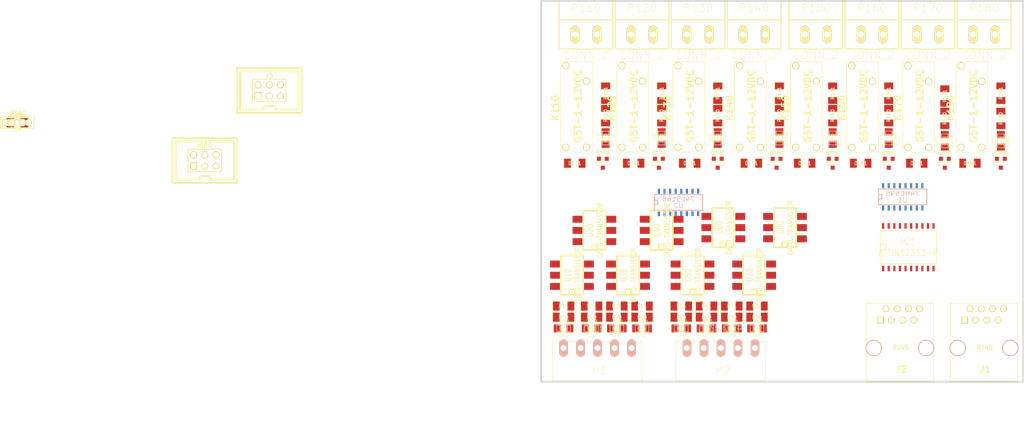
<source format=kicad_pcb>
(kicad_pcb (version 3) (host pcbnew "(2012-nov-02)-testing")
  (title_block (title "4in4out I2C board") (rev 0) (company "XPLDUINO project") (comment 1 "GNU GPL v2") (comment 2 "Domotic Open Source "))
  (layers (15 Dessus signal) (0 Dessous signal))
  (net 0 "")
  (net 1 +12V)
  (net 2 +5V)
  (net 3 /230_110_1)
  (net 4 /230_110_2)
  (net 5 /230_120_1)
  (net 6 /230_120_2)
  (net 7 /230_130_1)
  (net 8 /230_130_2)
  (net 9 /230_140_1)
  (net 10 /230_140_2)
  (net 11 /230_150_1)
  (net 12 /230_150_2)
  (net 13 /230_160_1)
  (net 14 /230_160_2)
  (net 15 /230_170_1)
  (net 16 /230_170_2)
  (net 17 /230_180_1)
  (net 18 /230_180_2)
  (net 19 /INT)
  (net 20 A0)
  (net 21 A1)
  (net 22 A2)
  (net 23 A3)
  (net 24 CLK)
  (net 25 CLK_IN)
  (net 26 CMD0)
  (net 27 CMD1)
  (net 28 CMD2)
  (net 29 CMD3)
  (net 30 CMD4)
  (net 31 CMD5)
  (net 32 CMD6)
  (net 33 CMD7)
  (net 34 DATA_IN)
  (net 35 DGND)
  (net 36 GND)
  (net 37 IN0)
  (net 38 IN1)
  (net 39 IN2)
  (net 40 IN3)
  (net 41 IN4)
  (net 42 IN5)
  (net 43 IN6)
  (net 44 IN7)
  (net 45 LATCH)
  (net 46 LATCH_IN)
  (net 47 MISO)
  (net 48 "MOSI(SDA)")
  (net 49 N-000001)
  (net 50 N-0000010)
  (net 51 N-0000011)
  (net 52 N-0000012)
  (net 53 N-0000013)
  (net 54 N-0000014)
  (net 55 N-0000015)
  (net 56 N-0000016)
  (net 57 N-0000018)
  (net 58 N-000002)
  (net 59 N-0000020)
  (net 60 N-0000021)
  (net 61 N-0000022)
  (net 62 N-0000023)
  (net 63 N-0000024)
  (net 64 N-0000025)
  (net 65 N-0000027)
  (net 66 N-0000028)
  (net 67 N-0000029)
  (net 68 N-000003)
  (net 69 N-0000030)
  (net 70 N-0000031)
  (net 71 N-0000032)
  (net 72 N-0000035)
  (net 73 N-0000036)
  (net 74 N-0000037)
  (net 75 N-0000038)
  (net 76 N-000004)
  (net 77 N-000005)
  (net 78 N-0000053)
  (net 79 N-0000054)
  (net 80 N-0000055)
  (net 81 N-0000056)
  (net 82 N-0000057)
  (net 83 N-0000058)
  (net 84 N-0000059)
  (net 85 N-000006)
  (net 86 N-0000060)
  (net 87 N-0000061)
  (net 88 N-0000062)
  (net 89 N-0000063)
  (net 90 N-000007)
  (net 91 N-0000077)
  (net 92 N-000008)
  (net 93 N-000009)
  (net 94 N-0000090)
  (net 95 OUT0)
  (net 96 OUT1)
  (net 97 OUT2)
  (net 98 OUT3)
  (net 99 OUT4)
  (net 100 OUT5)
  (net 101 OUT6)
  (net 102 OUT7)
  (net 103 RX)
  (net 104 "SCK(SCL)")
  (net 105 TX)
  (module SOT23EBC (layer Dessus) (at 247.65 107.95)
    (fp_text reference Q150)
    (fp_text value NPN hide)
    (pad 1 smd rect (at -0.889 -1.016) (size 0.9144 0.9144) (layers Dessus Dessus.Pate Dessus.Masque) (net 35 DGND))
    (pad 2 smd rect (at 0.889 -1.016) (size 0.9144 0.9144) (layers Dessus Dessus.Pate Dessus.Masque) (net 64 N-0000025))
    (pad 3 smd rect (at 0 1.016) (size 0.9144 0.9144) (layers Dessus Dessus.Pate Dessus.Masque) (net 63 N-0000024))
  )
  (module SOT23EBC (layer Dessus) (at 260.35 107.95)
    (fp_text reference Q160)
    (fp_text value NPN hide)
    (pad 1 smd rect (at -0.889 -1.016) (size 0.9144 0.9144) (layers Dessus Dessus.Pate Dessus.Masque) (net 35 DGND))
    (pad 2 smd rect (at 0.889 -1.016) (size 0.9144 0.9144) (layers Dessus Dessus.Pate Dessus.Masque) (net 57 N-0000018))
    (pad 3 smd rect (at 0 1.016) (size 0.9144 0.9144) (layers Dessus Dessus.Pate Dessus.Masque) (net 66 N-0000028))
  )
  (module SOT23EBC (layer Dessus) (at 234.95 107.95)
    (fp_text reference Q140)
    (fp_text value NPN hide)
    (pad 1 smd rect (at -0.889 -1.016) (size 0.9144 0.9144) (layers Dessus Dessus.Pate Dessus.Masque) (net 35 DGND))
    (pad 2 smd rect (at 0.889 -1.016) (size 0.9144 0.9144) (layers Dessus Dessus.Pate Dessus.Masque) (net 61 N-0000022))
    (pad 3 smd rect (at 0 1.016) (size 0.9144 0.9144) (layers Dessus Dessus.Pate Dessus.Masque) (net 90 N-000007))
  )
  (module SOT23EBC (layer Dessus) (at 273.05 107.95)
    (fp_text reference Q170)
    (fp_text value NPN hide)
    (pad 1 smd rect (at -0.889 -1.016) (size 0.9144 0.9144) (layers Dessus Dessus.Pate Dessus.Masque) (net 35 DGND))
    (pad 2 smd rect (at 0.889 -1.016) (size 0.9144 0.9144) (layers Dessus Dessus.Pate Dessus.Masque) (net 55 N-0000015))
    (pad 3 smd rect (at 0 1.016) (size 0.9144 0.9144) (layers Dessus Dessus.Pate Dessus.Masque) (net 54 N-0000014))
  )
  (module SOT23EBC (layer Dessus) (at 195.58 107.95)
    (fp_text reference Q110)
    (fp_text value NPN hide)
    (pad 1 smd rect (at -0.889 -1.016) (size 0.9144 0.9144) (layers Dessus Dessus.Pate Dessus.Masque) (net 35 DGND))
    (pad 2 smd rect (at 0.889 -1.016) (size 0.9144 0.9144) (layers Dessus Dessus.Pate Dessus.Masque) (net 69 N-0000030))
    (pad 3 smd rect (at 0 1.016) (size 0.9144 0.9144) (layers Dessus Dessus.Pate Dessus.Masque) (net 71 N-0000032))
  )
  (module SOT23EBC (layer Dessus) (at 221.615 107.95)
    (fp_text reference Q130)
    (fp_text value NPN hide)
    (pad 1 smd rect (at -0.889 -1.016) (size 0.9144 0.9144) (layers Dessus Dessus.Pate Dessus.Masque) (net 35 DGND))
    (pad 2 smd rect (at 0.889 -1.016) (size 0.9144 0.9144) (layers Dessus Dessus.Pate Dessus.Masque) (net 77 N-000005))
    (pad 3 smd rect (at 0 1.016) (size 0.9144 0.9144) (layers Dessus Dessus.Pate Dessus.Masque) (net 49 N-000001))
  )
  (module SOT23EBC (layer Dessus) (at 285.75 107.95)
    (fp_text reference Q180)
    (fp_text value NPN hide)
    (pad 1 smd rect (at -0.889 -1.016) (size 0.9144 0.9144) (layers Dessus Dessus.Pate Dessus.Masque) (net 35 DGND))
    (pad 2 smd rect (at 0.889 -1.016) (size 0.9144 0.9144) (layers Dessus Dessus.Pate Dessus.Masque) (net 87 N-0000061))
    (pad 3 smd rect (at 0 1.016) (size 0.9144 0.9144) (layers Dessus Dessus.Pate Dessus.Masque) (net 60 N-0000021))
  )
  (module SOT23EBC (layer Dessus) (at 208.28 107.95)
    (fp_text reference Q120)
    (fp_text value NPN hide)
    (pad 1 smd rect (at -0.889 -1.016) (size 0.9144 0.9144) (layers Dessus Dessus.Pate Dessus.Masque) (net 35 DGND))
    (pad 2 smd rect (at 0.889 -1.016) (size 0.9144 0.9144) (layers Dessus Dessus.Pate Dessus.Masque) (net 68 N-000003))
    (pad 3 smd rect (at 0 1.016) (size 0.9144 0.9144) (layers Dessus Dessus.Pate Dessus.Masque) (net 76 N-000004))
  )
  (module SO20L (layer Dessus) (at 264.795 127)
    (fp_text reference IC1)
    (fp_text value ATTINY2313-P)
    (pad 11 smd rect (at 5.715 -4.826) (size 0.508 1.27) (layers Dessus Dessus.Pate Dessus.Masque) (net 19 /INT))
    (pad 12 smd rect (at 4.445 -4.826) (size 0.508 1.27) (layers Dessus Dessus.Pate Dessus.Masque) (net 34 DATA_IN))
    (pad 13 smd rect (at 3.175 -4.826) (size 0.508 1.27) (layers Dessus Dessus.Pate Dessus.Masque) (net 20 A0))
    (pad 14 smd rect (at 1.905 -4.826) (size 0.508 1.27) (layers Dessus Dessus.Pate Dessus.Masque) (net 21 A1))
    (pad 15 smd rect (at 0.635 -4.826) (size 0.508 1.27) (layers Dessus Dessus.Pate Dessus.Masque) (net 22 A2))
    (pad 16 smd rect (at -0.635 -4.826) (size 0.508 1.27) (layers Dessus Dessus.Pate Dessus.Masque) (net 23 A3))
    (pad 17 smd rect (at -1.905 -4.826) (size 0.508 1.27) (layers Dessus Dessus.Pate Dessus.Masque) (net 48 "MOSI(SDA)"))
    (pad 18 smd rect (at -3.175 -4.826) (size 0.508 1.27) (layers Dessus Dessus.Pate Dessus.Masque) (net 47 MISO))
    (pad 19 smd rect (at -4.445 -4.826) (size 0.508 1.27) (layers Dessus Dessus.Pate Dessus.Masque) (net 104 "SCK(SCL)"))
    (pad 20 smd rect (at -5.715 -4.826) (size 0.508 1.27) (layers Dessus Dessus.Pate Dessus.Masque) (net 2 +5V))
    (pad 1 smd rect (at -5.715 4.826) (size 0.508 1.27) (layers Dessus Dessus.Pate Dessus.Masque) (net 70 N-0000031))
    (pad 2 smd rect (at -4.445 4.826) (size 0.508 1.27) (layers Dessus Dessus.Pate Dessus.Masque) (net 103 RX))
    (pad 3 smd rect (at -3.175 4.826) (size 0.508 1.27) (layers Dessus Dessus.Pate Dessus.Masque) (net 105 TX))
    (pad 4 smd rect (at -1.905 4.826) (size 0.508 1.27) (layers Dessus Dessus.Pate Dessus.Masque) (net 46 LATCH_IN))
    (pad 5 smd rect (at -0.635 4.826) (size 0.508 1.27) (layers Dessus Dessus.Pate Dessus.Masque) (net 72 N-0000035))
    (pad 6 smd rect (at 0.635 4.826) (size 0.508 1.27) (layers Dessus Dessus.Pate Dessus.Masque) (net 25 CLK_IN))
    (pad 7 smd rect (at 1.905 4.826) (size 0.508 1.27) (layers Dessus Dessus.Pate Dessus.Masque))
    (pad 8 smd rect (at 3.175 4.826) (size 0.508 1.27) (layers Dessus Dessus.Pate Dessus.Masque))
    (pad 9 smd rect (at 4.445 4.826) (size 0.508 1.27) (layers Dessus Dessus.Pate Dessus.Masque))
    (pad 10 smd rect (at 5.715 4.826) (size 0.508 1.27) (layers Dessus Dessus.Pate Dessus.Masque) (net 35 DGND))
  )
  (module SO16E (layer Dessous) (at 212.725 116.84)
    (fp_text reference U2)
    (fp_text value 74LS165)
    (pad 1 smd rect (at -4.445 -2.54) (size 0.508 1.143) (layers Dessous Dessous.Pate Dessous.Masque) (net 46 LATCH_IN))
    (pad 2 smd rect (at -3.175 -2.54) (size 0.508 1.143) (layers Dessous Dessous.Pate Dessous.Masque) (net 25 CLK_IN))
    (pad 3 smd rect (at -1.905 -2.54) (size 0.508 1.143) (layers Dessous Dessous.Pate Dessous.Masque))
    (pad 4 smd rect (at -0.635 -2.54) (size 0.508 1.143) (layers Dessous Dessous.Pate Dessous.Masque))
    (pad 5 smd rect (at 0.635 -2.54) (size 0.508 1.143) (layers Dessous Dessous.Pate Dessous.Masque))
    (pad 6 smd rect (at 1.905 -2.54) (size 0.508 1.143) (layers Dessous Dessous.Pate Dessous.Masque))
    (pad 7 smd rect (at 3.175 -2.54) (size 0.508 1.143) (layers Dessous Dessous.Pate Dessous.Masque))
    (pad 8 smd rect (at 4.445 -2.54) (size 0.508 1.143) (layers Dessous Dessous.Pate Dessous.Masque) (net 36 GND))
    (pad 9 smd rect (at 4.445 2.54) (size 0.508 1.143) (layers Dessous Dessous.Pate Dessous.Masque))
    (pad 10 smd rect (at 3.175 2.54) (size 0.508 1.143) (layers Dessous Dessous.Pate Dessous.Masque) (net 34 DATA_IN))
    (pad 11 smd rect (at 1.905 2.54) (size 0.508 1.143) (layers Dessous Dessous.Pate Dessous.Masque))
    (pad 12 smd rect (at 0.635 2.54) (size 0.508 1.143) (layers Dessous Dessous.Pate Dessous.Masque))
    (pad 13 smd rect (at -0.635 2.54) (size 0.508 1.143) (layers Dessous Dessous.Pate Dessous.Masque))
    (pad 14 smd rect (at -1.905 2.54) (size 0.508 1.143) (layers Dessous Dessous.Pate Dessous.Masque))
    (pad 15 smd rect (at -3.175 2.54) (size 0.508 1.143) (layers Dessous Dessous.Pate Dessous.Masque) (net 25 CLK_IN))
    (pad 16 smd rect (at -4.445 2.54) (size 0.508 1.143) (layers Dessous Dessous.Pate Dessous.Masque) (net 2 +5V))
  )
  (module SO16E (layer Dessous) (at 263.525 115.57)
    (fp_text reference U1)
    (fp_text value 74HC595)
    (pad 1 smd rect (at -4.445 -2.54) (size 0.508 1.143) (layers Dessous Dessous.Pate Dessous.Masque) (net 96 OUT1))
    (pad 2 smd rect (at -3.175 -2.54) (size 0.508 1.143) (layers Dessous Dessous.Pate Dessous.Masque) (net 97 OUT2))
    (pad 3 smd rect (at -1.905 -2.54) (size 0.508 1.143) (layers Dessous Dessous.Pate Dessous.Masque) (net 98 OUT3))
    (pad 4 smd rect (at -0.635 -2.54) (size 0.508 1.143) (layers Dessous Dessous.Pate Dessous.Masque) (net 99 OUT4))
    (pad 5 smd rect (at 0.635 -2.54) (size 0.508 1.143) (layers Dessous Dessous.Pate Dessous.Masque) (net 100 OUT5))
    (pad 6 smd rect (at 1.905 -2.54) (size 0.508 1.143) (layers Dessous Dessous.Pate Dessous.Masque) (net 101 OUT6))
    (pad 7 smd rect (at 3.175 -2.54) (size 0.508 1.143) (layers Dessous Dessous.Pate Dessous.Masque) (net 102 OUT7))
    (pad 8 smd rect (at 4.445 -2.54) (size 0.508 1.143) (layers Dessous Dessous.Pate Dessous.Masque) (net 36 GND))
    (pad 9 smd rect (at 4.445 2.54) (size 0.508 1.143) (layers Dessous Dessous.Pate Dessous.Masque) (net 91 N-0000077))
    (pad 10 smd rect (at 3.175 2.54) (size 0.508 1.143) (layers Dessous Dessous.Pate Dessous.Masque) (net 2 +5V))
    (pad 11 smd rect (at 1.905 2.54) (size 0.508 1.143) (layers Dessous Dessous.Pate Dessous.Masque) (net 24 CLK))
    (pad 12 smd rect (at 0.635 2.54) (size 0.508 1.143) (layers Dessous Dessous.Pate Dessous.Masque) (net 45 LATCH))
    (pad 13 smd rect (at -0.635 2.54) (size 0.508 1.143) (layers Dessous Dessous.Pate Dessous.Masque) (net 35 DGND))
    (pad 14 smd rect (at -1.905 2.54) (size 0.508 1.143) (layers Dessous Dessous.Pate Dessous.Masque))
    (pad 15 smd rect (at -3.175 2.54) (size 0.508 1.143) (layers Dessous Dessous.Pate Dessous.Masque) (net 95 OUT0))
    (pad 16 smd rect (at -4.445 2.54) (size 0.508 1.143) (layers Dessous Dessous.Pate Dessous.Masque) (net 2 +5V))
  )
  (module SM1206 (layer Dessus) (at 224.79 140.335 180)
    (fp_text reference R71)
    (fp_text value R hide)
    (pad 1 smd rect (at -1.651 0 180) (size 1.524 2.032) (layers Dessus Dessus.Pate Dessus.Masque) (net 92 N-000008))
    (pad 2 smd rect (at 1.651 0 180) (size 1.524 2.032) (layers Dessus Dessus.Pate Dessus.Masque) (net 36 GND))
  )
  (module SM1206 (layer Dessus) (at 219.075 142.875 180)
    (fp_text reference R60)
    (fp_text value R hide)
    (pad 1 smd rect (at -1.651 0 180) (size 1.524 2.032) (layers Dessus Dessus.Pate Dessus.Masque) (net 51 N-0000011))
    (pad 2 smd rect (at 1.651 0 180) (size 1.524 2.032) (layers Dessus Dessus.Pate Dessus.Masque) (net 36 GND))
  )
  (module SM1206 (layer Dessus) (at 241.3 107.95 180)
    (fp_text reference D151)
    (fp_text value DIODE hide)
    (pad 1 smd rect (at -1.651 0 180) (size 1.524 2.032) (layers Dessus Dessus.Pate Dessus.Masque) (net 63 N-0000024))
    (pad 2 smd rect (at 1.651 0 180) (size 1.524 2.032) (layers Dessus Dessus.Pate Dessus.Masque) (net 1 +12V))
  )
  (module SM1206 (layer Dessus) (at 235.585 97.155 270)
    (fp_text reference R140)
    (fp_text value R hide)
    (pad 1 smd rect (at -1.651 0 270) (size 1.524 2.032) (layers Dessus Dessus.Pate Dessus.Masque) (net 98 OUT3))
    (pad 2 smd rect (at 1.651 0 270) (size 1.524 2.032) (layers Dessus Dessus.Pate Dessus.Masque) (net 62 N-0000023))
  )
  (module SM1206 (layer Dessus) (at 235.585 92.075 90)
    (fp_text reference R141)
    (fp_text value R hide)
    (pad 1 smd rect (at -1.651 0 90) (size 1.524 2.032) (layers Dessus Dessus.Pate Dessus.Masque) (net 98 OUT3))
    (pad 2 smd rect (at 1.651 0 90) (size 1.524 2.032) (layers Dessus Dessus.Pate Dessus.Masque) (net 61 N-0000022))
  )
  (module SM1206 (layer Dessus) (at 219.075 140.335 180)
    (fp_text reference R61)
    (fp_text value R hide)
    (pad 1 smd rect (at -1.651 0 180) (size 1.524 2.032) (layers Dessus Dessus.Pate Dessus.Masque) (net 50 N-0000010))
    (pad 2 smd rect (at 1.651 0 180) (size 1.524 2.032) (layers Dessus Dessus.Pate Dessus.Masque) (net 36 GND))
  )
  (module SM1206 (layer Dessus) (at 224.79 142.875 180)
    (fp_text reference R70)
    (fp_text value R hide)
    (pad 1 smd rect (at -1.651 0 180) (size 1.524 2.032) (layers Dessus Dessus.Pate Dessus.Masque) (net 93 N-000009))
    (pad 2 smd rect (at 1.651 0 180) (size 1.524 2.032) (layers Dessus Dessus.Pate Dessus.Masque) (net 36 GND))
  )
  (module SM1206 (layer Dessus) (at 229.235 107.95 180)
    (fp_text reference D141)
    (fp_text value DIODE hide)
    (pad 1 smd rect (at -1.651 0 180) (size 1.524 2.032) (layers Dessus Dessus.Pate Dessus.Masque) (net 90 N-000007))
    (pad 2 smd rect (at 1.651 0 180) (size 1.524 2.032) (layers Dessus Dessus.Pate Dessus.Masque) (net 1 +12V))
  )
  (module SM1206 (layer Dessus) (at 221.615 97.155 270)
    (fp_text reference R130)
    (fp_text value R hide)
    (pad 1 smd rect (at -1.651 0 270) (size 1.524 2.032) (layers Dessus Dessus.Pate Dessus.Masque) (net 97 OUT2))
    (pad 2 smd rect (at 1.651 0 270) (size 1.524 2.032) (layers Dessus Dessus.Pate Dessus.Masque) (net 85 N-000006))
  )
  (module SM1206 (layer Dessus) (at 202.565 107.95 180)
    (fp_text reference D121)
    (fp_text value DIODE hide)
    (pad 1 smd rect (at -1.651 0 180) (size 1.524 2.032) (layers Dessus Dessus.Pate Dessus.Masque) (net 76 N-000004))
    (pad 2 smd rect (at 1.651 0 180) (size 1.524 2.032) (layers Dessus Dessus.Pate Dessus.Masque) (net 1 +12V))
  )
  (module SM1206 (layer Dessus) (at 221.615 92.075 90)
    (fp_text reference R131)
    (fp_text value R hide)
    (pad 1 smd rect (at -1.651 0 90) (size 1.524 2.032) (layers Dessus Dessus.Pate Dessus.Masque) (net 97 OUT2))
    (pad 2 smd rect (at 1.651 0 90) (size 1.524 2.032) (layers Dessus Dessus.Pate Dessus.Masque) (net 77 N-000005))
  )
  (module SM1206 (layer Dessus) (at 230.505 142.875 180)
    (fp_text reference R80)
    (fp_text value R hide)
    (pad 1 smd rect (at -1.651 0 180) (size 1.524 2.032) (layers Dessus Dessus.Pate Dessus.Masque) (net 53 N-0000013))
    (pad 2 smd rect (at 1.651 0 180) (size 1.524 2.032) (layers Dessus Dessus.Pate Dessus.Masque) (net 36 GND))
  )
  (module SM1206 (layer Dessus) (at 215.265 107.95 180)
    (fp_text reference D131)
    (fp_text value DIODE hide)
    (pad 1 smd rect (at -1.651 0 180) (size 1.524 2.032) (layers Dessus Dessus.Pate Dessus.Masque) (net 49 N-000001))
    (pad 2 smd rect (at 1.651 0 180) (size 1.524 2.032) (layers Dessus Dessus.Pate Dessus.Masque) (net 1 +12V))
  )
  (module SM1206 (layer Dessus) (at 230.505 140.335 180)
    (fp_text reference R81)
    (fp_text value R hide)
    (pad 1 smd rect (at -1.651 0 180) (size 1.524 2.032) (layers Dessus Dessus.Pate Dessus.Masque) (net 52 N-0000012))
    (pad 2 smd rect (at 1.651 0 180) (size 1.524 2.032) (layers Dessus Dessus.Pate Dessus.Masque) (net 36 GND))
  )
  (module SM1206 (layer Dessus) (at 254 107.95 180)
    (fp_text reference D161)
    (fp_text value DIODE hide)
    (pad 1 smd rect (at -1.651 0 180) (size 1.524 2.032) (layers Dessus Dessus.Pate Dessus.Masque) (net 66 N-0000028))
    (pad 2 smd rect (at 1.651 0 180) (size 1.524 2.032) (layers Dessus Dessus.Pate Dessus.Masque) (net 1 +12V))
  )
  (module SM1206 (layer Dessus) (at 208.915 92.075 90)
    (fp_text reference R121)
    (fp_text value R hide)
    (pad 1 smd rect (at -1.651 0 90) (size 1.524 2.032) (layers Dessus Dessus.Pate Dessus.Masque) (net 96 OUT1))
    (pad 2 smd rect (at 1.651 0 90) (size 1.524 2.032) (layers Dessus Dessus.Pate Dessus.Masque) (net 68 N-000003))
  )
  (module SM1206 (layer Dessus) (at 285.75 92.075 90)
    (fp_text reference R181)
    (fp_text value R hide)
    (pad 1 smd rect (at -1.651 0 90) (size 1.524 2.032) (layers Dessus Dessus.Pate Dessus.Masque) (net 102 OUT7))
    (pad 2 smd rect (at 1.651 0 90) (size 1.524 2.032) (layers Dessus Dessus.Pate Dessus.Masque) (net 87 N-0000061))
  )
  (module SM1206 (layer Dessus) (at 62.905641 98.747501)
    (fp_text reference R82)
    (fp_text value R hide)
    (pad 1 smd rect (at -1.651 0) (size 1.524 2.032) (layers Dessus Dessus.Pate Dessus.Masque) (net 2 +5V))
    (pad 2 smd rect (at 1.651 0) (size 1.524 2.032) (layers Dessus Dessus.Pate Dessus.Masque) (net 33 CMD7))
  )
  (module SM1206 (layer Dessus) (at 62.905641 98.747501)
    (fp_text reference R72)
    (fp_text value R hide)
    (pad 1 smd rect (at -1.651 0) (size 1.524 2.032) (layers Dessus Dessus.Pate Dessus.Masque) (net 2 +5V))
    (pad 2 smd rect (at 1.651 0) (size 1.524 2.032) (layers Dessus Dessus.Pate Dessus.Masque) (net 32 CMD6))
  )
  (module SM1206 (layer Dessus) (at 62.905641 98.747501)
    (fp_text reference R62)
    (fp_text value R hide)
    (pad 1 smd rect (at -1.651 0) (size 1.524 2.032) (layers Dessus Dessus.Pate Dessus.Masque) (net 2 +5V))
    (pad 2 smd rect (at 1.651 0) (size 1.524 2.032) (layers Dessus Dessus.Pate Dessus.Masque) (net 31 CMD5))
  )
  (module SM1206 (layer Dessus) (at 62.905641 98.747501)
    (fp_text reference R52)
    (fp_text value R hide)
    (pad 1 smd rect (at -1.651 0) (size 1.524 2.032) (layers Dessus Dessus.Pate Dessus.Masque) (net 2 +5V))
    (pad 2 smd rect (at 1.651 0) (size 1.524 2.032) (layers Dessus Dessus.Pate Dessus.Masque) (net 30 CMD4))
  )
  (module SM1206 (layer Dessus) (at 62.905641 98.747501)
    (fp_text reference R42)
    (fp_text value R hide)
    (pad 1 smd rect (at -1.651 0) (size 1.524 2.032) (layers Dessus Dessus.Pate Dessus.Masque) (net 2 +5V))
    (pad 2 smd rect (at 1.651 0) (size 1.524 2.032) (layers Dessus Dessus.Pate Dessus.Masque) (net 29 CMD3))
  )
  (module SM1206 (layer Dessus) (at 62.905641 98.747501)
    (fp_text reference R32)
    (fp_text value R hide)
    (pad 1 smd rect (at -1.651 0) (size 1.524 2.032) (layers Dessus Dessus.Pate Dessus.Masque) (net 2 +5V))
    (pad 2 smd rect (at 1.651 0) (size 1.524 2.032) (layers Dessus Dessus.Pate Dessus.Masque) (net 28 CMD2))
  )
  (module SM1206 (layer Dessus) (at 62.905641 98.747501)
    (fp_text reference R22)
    (fp_text value R hide)
    (pad 1 smd rect (at -1.651 0) (size 1.524 2.032) (layers Dessus Dessus.Pate Dessus.Masque) (net 2 +5V))
    (pad 2 smd rect (at 1.651 0) (size 1.524 2.032) (layers Dessus Dessus.Pate Dessus.Masque) (net 27 CMD1))
  )
  (module SM1206 (layer Dessus) (at 62.905641 98.747501)
    (fp_text reference R12)
    (fp_text value R hide)
    (pad 1 smd rect (at -1.651 0) (size 1.524 2.032) (layers Dessus Dessus.Pate Dessus.Masque) (net 2 +5V))
    (pad 2 smd rect (at 1.651 0) (size 1.524 2.032) (layers Dessus Dessus.Pate Dessus.Masque) (net 26 CMD0))
  )
  (module SM1206 (layer Dessus) (at 285.75 97.79 270)
    (fp_text reference R180)
    (fp_text value R hide)
    (pad 1 smd rect (at -1.651 0 270) (size 1.524 2.032) (layers Dessus Dessus.Pate Dessus.Masque) (net 102 OUT7))
    (pad 2 smd rect (at 1.651 0 270) (size 1.524 2.032) (layers Dessus Dessus.Pate Dessus.Masque) (net 94 N-0000090))
  )
  (module SM1206 (layer Dessus) (at 247.65 92.075 90)
    (fp_text reference R151)
    (fp_text value R hide)
    (pad 1 smd rect (at -1.651 0 90) (size 1.524 2.032) (layers Dessus Dessus.Pate Dessus.Masque) (net 99 OUT4))
    (pad 2 smd rect (at 1.651 0 90) (size 1.524 2.032) (layers Dessus Dessus.Pate Dessus.Masque) (net 64 N-0000025))
  )
  (module SM1206 (layer Dessus) (at 278.765 107.95 180)
    (fp_text reference D181)
    (fp_text value DIODE hide)
    (pad 1 smd rect (at -1.651 0 180) (size 1.524 2.032) (layers Dessus Dessus.Pate Dessus.Masque) (net 60 N-0000021))
    (pad 2 smd rect (at 1.651 0 180) (size 1.524 2.032) (layers Dessus Dessus.Pate Dessus.Masque) (net 1 +12V))
  )
  (module SM1206 (layer Dessus) (at 273.05 97.79 270)
    (fp_text reference R170)
    (fp_text value R hide)
    (pad 1 smd rect (at -1.651 0 270) (size 1.524 2.032) (layers Dessus Dessus.Pate Dessus.Masque) (net 101 OUT6))
    (pad 2 smd rect (at 1.651 0 270) (size 1.524 2.032) (layers Dessus Dessus.Pate Dessus.Masque) (net 59 N-0000020))
  )
  (module SM1206 (layer Dessus) (at 273.05 92.71 90)
    (fp_text reference R171)
    (fp_text value R hide)
    (pad 1 smd rect (at -1.651 0 90) (size 1.524 2.032) (layers Dessus Dessus.Pate Dessus.Masque) (net 101 OUT6))
    (pad 2 smd rect (at 1.651 0 90) (size 1.524 2.032) (layers Dessus Dessus.Pate Dessus.Masque) (net 55 N-0000015))
  )
  (module SM1206 (layer Dessus) (at 266.7 107.95 180)
    (fp_text reference D171)
    (fp_text value DIODE hide)
    (pad 1 smd rect (at -1.651 0 180) (size 1.524 2.032) (layers Dessus Dessus.Pate Dessus.Masque) (net 54 N-0000014))
    (pad 2 smd rect (at 1.651 0 180) (size 1.524 2.032) (layers Dessus Dessus.Pate Dessus.Masque) (net 1 +12V))
  )
  (module SM1206 (layer Dessus) (at 260.35 97.155 270)
    (fp_text reference R160)
    (fp_text value R hide)
    (pad 1 smd rect (at -1.651 0 270) (size 1.524 2.032) (layers Dessus Dessus.Pate Dessus.Masque) (net 100 OUT5))
    (pad 2 smd rect (at 1.651 0 270) (size 1.524 2.032) (layers Dessus Dessus.Pate Dessus.Masque) (net 56 N-0000016))
  )
  (module SM1206 (layer Dessus) (at 260.35 92.075 90)
    (fp_text reference R161)
    (fp_text value R hide)
    (pad 1 smd rect (at -1.651 0 90) (size 1.524 2.032) (layers Dessus Dessus.Pate Dessus.Masque) (net 100 OUT5))
    (pad 2 smd rect (at 1.651 0 90) (size 1.524 2.032) (layers Dessus Dessus.Pate Dessus.Masque) (net 57 N-0000018))
  )
  (module SM1206 (layer Dessus) (at 208.915 97.155 270)
    (fp_text reference R120)
    (fp_text value R hide)
    (pad 1 smd rect (at -1.651 0 270) (size 1.524 2.032) (layers Dessus Dessus.Pate Dessus.Masque) (net 96 OUT1))
    (pad 2 smd rect (at 1.651 0 270) (size 1.524 2.032) (layers Dessus Dessus.Pate Dessus.Masque) (net 58 N-000002))
  )
  (module SM1206 (layer Dessus) (at 247.65 97.155 270)
    (fp_text reference R150)
    (fp_text value R hide)
    (pad 1 smd rect (at -1.651 0 270) (size 1.524 2.032) (layers Dessus Dessus.Pate Dessus.Masque) (net 99 OUT4))
    (pad 2 smd rect (at 1.651 0 270) (size 1.524 2.032) (layers Dessus Dessus.Pate Dessus.Masque) (net 65 N-0000027))
  )
  (module SM1206 (layer Dessus) (at 204.47 140.335 180)
    (fp_text reference R41)
    (fp_text value R hide)
    (pad 1 smd rect (at -1.651 0 180) (size 1.524 2.032) (layers Dessus Dessus.Pate Dessus.Masque) (net 80 N-0000055))
    (pad 2 smd rect (at 1.651 0 180) (size 1.524 2.032) (layers Dessus Dessus.Pate Dessus.Masque) (net 36 GND))
  )
  (module SM1206 (layer Dessus) (at 193.04 140.335 180)
    (fp_text reference R21)
    (fp_text value R hide)
    (pad 1 smd rect (at -1.651 0 180) (size 1.524 2.032) (layers Dessus Dessus.Pate Dessus.Masque) (net 81 N-0000056))
    (pad 2 smd rect (at 1.651 0 180) (size 1.524 2.032) (layers Dessus Dessus.Pate Dessus.Masque) (net 36 GND))
  )
  (module SM1206 (layer Dessus) (at 193.04 142.875 180)
    (fp_text reference R20)
    (fp_text value R hide)
    (pad 1 smd rect (at -1.651 0 180) (size 1.524 2.032) (layers Dessus Dessus.Pate Dessus.Masque) (net 82 N-0000057))
    (pad 2 smd rect (at 1.651 0 180) (size 1.524 2.032) (layers Dessus Dessus.Pate Dessus.Masque) (net 36 GND))
  )
  (module SM1206 (layer Dessus) (at 62.905641 98.747501)
    (fp_text reference R1)
    (fp_text value R hide)
    (pad 1 smd rect (at -1.651 0) (size 1.524 2.032) (layers Dessus Dessus.Pate Dessus.Masque) (net 2 +5V))
    (pad 2 smd rect (at 1.651 0) (size 1.524 2.032) (layers Dessus Dessus.Pate Dessus.Masque) (net 75 N-0000038))
  )
  (module SM1206 (layer Dessus) (at 198.755 142.875 180)
    (fp_text reference R30)
    (fp_text value R hide)
    (pad 1 smd rect (at -1.651 0 180) (size 1.524 2.032) (layers Dessus Dessus.Pate Dessus.Masque) (net 79 N-0000054))
    (pad 2 smd rect (at 1.651 0 180) (size 1.524 2.032) (layers Dessus Dessus.Pate Dessus.Masque) (net 36 GND))
  )
  (module SM1206 (layer Dessus) (at 198.755 140.335 180)
    (fp_text reference R31)
    (fp_text value R hide)
    (pad 1 smd rect (at -1.651 0 180) (size 1.524 2.032) (layers Dessus Dessus.Pate Dessus.Masque) (net 78 N-0000053))
    (pad 2 smd rect (at 1.651 0 180) (size 1.524 2.032) (layers Dessus Dessus.Pate Dessus.Masque) (net 36 GND))
  )
  (module SM1206 (layer Dessus) (at 62.905641 98.747501)
    (fp_text reference R2)
    (fp_text value R hide)
    (pad 1 smd rect (at -1.651 0) (size 1.524 2.032) (layers Dessus Dessus.Pate Dessus.Masque) (net 1 +12V))
    (pad 2 smd rect (at 1.651 0) (size 1.524 2.032) (layers Dessus Dessus.Pate Dessus.Masque) (net 74 N-0000037))
  )
  (module SM1206 (layer Dessus) (at 62.905641 98.747501)
    (fp_text reference C1)
    (fp_text value C hide)
    (pad 1 smd rect (at -1.651 0) (size 1.524 2.032) (layers Dessus Dessus.Pate Dessus.Masque) (net 2 +5V))
    (pad 2 smd rect (at 1.651 0) (size 1.524 2.032) (layers Dessus Dessus.Pate Dessus.Masque) (net 35 DGND))
  )
  (module SM1206 (layer Dessus) (at 62.905641 98.747501)
    (fp_text reference C2)
    (fp_text value C hide)
    (pad 1 smd rect (at -1.651 0) (size 1.524 2.032) (layers Dessus Dessus.Pate Dessus.Masque) (net 2 +5V))
    (pad 2 smd rect (at 1.651 0) (size 1.524 2.032) (layers Dessus Dessus.Pate Dessus.Masque) (net 35 DGND))
  )
  (module SM1206 (layer Dessus) (at 62.905641 98.747501)
    (fp_text reference R3)
    (fp_text value R hide)
    (pad 1 smd rect (at -1.651 0) (size 1.524 2.032) (layers Dessus Dessus.Pate Dessus.Masque) (net 73 N-0000036))
    (pad 2 smd rect (at 1.651 0) (size 1.524 2.032) (layers Dessus Dessus.Pate Dessus.Masque) (net 35 DGND))
  )
  (module SM1206 (layer Dessus) (at 204.47 142.875 180)
    (fp_text reference R40)
    (fp_text value R hide)
    (pad 1 smd rect (at -1.651 0 180) (size 1.524 2.032) (layers Dessus Dessus.Pate Dessus.Masque) (net 83 N-0000058))
    (pad 2 smd rect (at 1.651 0 180) (size 1.524 2.032) (layers Dessus Dessus.Pate Dessus.Masque) (net 36 GND))
  )
  (module SM1206 (layer Dessus) (at 196.215 97.155 270)
    (fp_text reference R110)
    (fp_text value R hide)
    (pad 1 smd rect (at -1.651 0 270) (size 1.524 2.032) (layers Dessus Dessus.Pate Dessus.Masque) (net 95 OUT0))
    (pad 2 smd rect (at 1.651 0 270) (size 1.524 2.032) (layers Dessus Dessus.Pate Dessus.Masque) (net 67 N-0000029))
  )
  (module SM1206 (layer Dessus) (at 196.215 92.075 90)
    (fp_text reference R111)
    (fp_text value R hide)
    (pad 1 smd rect (at -1.651 0 90) (size 1.524 2.032) (layers Dessus Dessus.Pate Dessus.Masque) (net 95 OUT0))
    (pad 2 smd rect (at 1.651 0 90) (size 1.524 2.032) (layers Dessus Dessus.Pate Dessus.Masque) (net 69 N-0000030))
  )
  (module SM1206 (layer Dessus) (at 62.905641 98.747501)
    (fp_text reference R4)
    (fp_text value R hide)
    (pad 1 smd rect (at -1.651 0) (size 1.524 2.032) (layers Dessus Dessus.Pate Dessus.Masque) (net 2 +5V))
    (pad 2 smd rect (at 1.651 0) (size 1.524 2.032) (layers Dessus Dessus.Pate Dessus.Masque) (net 70 N-0000031))
  )
  (module SM1206 (layer Dessus) (at 213.36 142.875 180)
    (fp_text reference R50)
    (fp_text value R hide)
    (pad 1 smd rect (at -1.651 0 180) (size 1.524 2.032) (layers Dessus Dessus.Pate Dessus.Masque) (net 86 N-0000060))
    (pad 2 smd rect (at 1.651 0 180) (size 1.524 2.032) (layers Dessus Dessus.Pate Dessus.Masque) (net 36 GND))
  )
  (module SM1206 (layer Dessus) (at 213.36 140.335 180)
    (fp_text reference R51)
    (fp_text value R hide)
    (pad 1 smd rect (at -1.651 0 180) (size 1.524 2.032) (layers Dessus Dessus.Pate Dessus.Masque) (net 84 N-0000059))
    (pad 2 smd rect (at 1.651 0 180) (size 1.524 2.032) (layers Dessus Dessus.Pate Dessus.Masque) (net 36 GND))
  )
  (module SM1206 (layer Dessus) (at 186.69 142.875 180)
    (fp_text reference R10)
    (fp_text value R hide)
    (pad 1 smd rect (at -1.651 0 180) (size 1.524 2.032) (layers Dessus Dessus.Pate Dessus.Masque) (net 89 N-0000063))
    (pad 2 smd rect (at 1.651 0 180) (size 1.524 2.032) (layers Dessus Dessus.Pate Dessus.Masque) (net 36 GND))
  )
  (module SM1206 (layer Dessus) (at 186.69 140.335 180)
    (fp_text reference R11)
    (fp_text value R hide)
    (pad 1 smd rect (at -1.651 0 180) (size 1.524 2.032) (layers Dessus Dessus.Pate Dessus.Masque) (net 88 N-0000062))
    (pad 2 smd rect (at 1.651 0 180) (size 1.524 2.032) (layers Dessus Dessus.Pate Dessus.Masque) (net 36 GND))
  )
  (module RJ45_8 (layer Dessus) (at 281.94 149.86)
    (fp_text reference J1)
    (fp_text value RJ45)
    (pad Hole np_thru_hole circle (at 5.93852 0) (size 3.64998 3.64998) (drill 3.2512) (layers *.Cu *.SilkS *.Mask))
    (pad Hole np_thru_hole circle (at -5.9309 0) (size 3.64998 3.64998) (drill 3.2512) (layers *.Cu *.SilkS *.Mask))
    (pad 1 thru_hole rect (at -4.445 -6.35) (size 1.50114 1.50114) (drill 0.89916) (layers *.Cu *.Mask Dessus.SilkS) (net 48 "MOSI(SDA)"))
    (pad 2 thru_hole circle (at -3.175 -8.89) (size 1.50114 1.50114) (drill 0.89916) (layers *.Cu *.Mask Dessus.SilkS) (net 35 DGND))
    (pad 3 thru_hole circle (at -1.905 -6.35) (size 1.50114 1.50114) (drill 0.89916) (layers *.Cu *.Mask Dessus.SilkS) (net 104 "SCK(SCL)"))
    (pad 4 thru_hole circle (at -0.635 -8.89) (size 1.50114 1.50114) (drill 0.89916) (layers *.Cu *.Mask Dessus.SilkS) (net 35 DGND))
    (pad 5 thru_hole circle (at 0.635 -6.35) (size 1.50114 1.50114) (drill 0.89916) (layers *.Cu *.Mask Dessus.SilkS) (net 19 /INT))
    (pad 6 thru_hole circle (at 1.905 -8.89) (size 1.50114 1.50114) (drill 0.89916) (layers *.Cu *.Mask Dessus.SilkS) (net 35 DGND))
    (pad 7 thru_hole circle (at 3.175 -6.35) (size 1.50114 1.50114) (drill 0.89916) (layers *.Cu *.Mask Dessus.SilkS) (net 2 +5V))
    (pad 8 thru_hole circle (at 4.445 -8.89) (size 1.50114 1.50114) (drill 0.89916) (layers *.Cu *.Mask Dessus.SilkS) (net 2 +5V))
  )
  (module RJ45_8 (layer Dessus) (at 262.89 149.86)
    (fp_text reference J2)
    (fp_text value RJ45)
    (pad Hole np_thru_hole circle (at 5.93852 0) (size 3.64998 3.64998) (drill 3.2512) (layers *.Cu *.SilkS *.Mask))
    (pad Hole np_thru_hole circle (at -5.9309 0) (size 3.64998 3.64998) (drill 3.2512) (layers *.Cu *.SilkS *.Mask))
    (pad 1 thru_hole rect (at -4.445 -6.35) (size 1.50114 1.50114) (drill 0.89916) (layers *.Cu *.Mask Dessus.SilkS) (net 48 "MOSI(SDA)"))
    (pad 2 thru_hole circle (at -3.175 -8.89) (size 1.50114 1.50114) (drill 0.89916) (layers *.Cu *.Mask Dessus.SilkS) (net 35 DGND))
    (pad 3 thru_hole circle (at -1.905 -6.35) (size 1.50114 1.50114) (drill 0.89916) (layers *.Cu *.Mask Dessus.SilkS) (net 104 "SCK(SCL)"))
    (pad 4 thru_hole circle (at -0.635 -8.89) (size 1.50114 1.50114) (drill 0.89916) (layers *.Cu *.Mask Dessus.SilkS) (net 35 DGND))
    (pad 5 thru_hole circle (at 0.635 -6.35) (size 1.50114 1.50114) (drill 0.89916) (layers *.Cu *.Mask Dessus.SilkS) (net 19 /INT))
    (pad 6 thru_hole circle (at 1.905 -8.89) (size 1.50114 1.50114) (drill 0.89916) (layers *.Cu *.Mask Dessus.SilkS) (net 35 DGND))
    (pad 7 thru_hole circle (at 3.175 -6.35) (size 1.50114 1.50114) (drill 0.89916) (layers *.Cu *.Mask Dessus.SilkS) (net 2 +5V))
    (pad 8 thru_hole circle (at 4.445 -8.89) (size 1.50114 1.50114) (drill 0.89916) (layers *.Cu *.Mask Dessus.SilkS) (net 2 +5V))
  )
  (module PIN_ARRAY_3X1 (layer Dessus) (at 62.905641 98.747501)
    (fp_text reference P107)
    (fp_text value CONN_3 hide)
    (pad 1 thru_hole rect (at -2.54 0) (size 1.524 1.524) (drill 1.016) (layers *.Cu *.Mask Dessus.SilkS) (net 91 N-0000077))
    (pad 2 thru_hole circle (at 0 0) (size 1.524 1.524) (drill 1.016) (layers *.Cu *.Mask Dessus.SilkS) (net 24 CLK))
    (pad 3 thru_hole circle (at 2.54 0) (size 1.524 1.524) (drill 1.016) (layers *.Cu *.Mask Dessus.SilkS) (net 45 LATCH))
  )
  (module PIN_ARRAY_2X1 (layer Dessus) (at 62.905641 98.747501)
    (fp_text reference P102)
    (fp_text value CONN_2 hide)
    (pad 1 thru_hole rect (at -1.27 0) (size 1.524 1.524) (drill 1.016) (layers *.Cu *.Mask Dessus.SilkS) (net 35 DGND))
    (pad 2 thru_hole circle (at 1.27 0) (size 1.524 1.524) (drill 1.016) (layers *.Cu *.Mask Dessus.SilkS) (net 21 A1))
  )
  (module PIN_ARRAY_2X1 (layer Dessus) (at 62.905641 98.747501)
    (fp_text reference P106)
    (fp_text value CONN_2 hide)
    (pad 1 thru_hole rect (at -1.27 0) (size 1.524 1.524) (drill 1.016) (layers *.Cu *.Mask Dessus.SilkS) (net 1 +12V))
    (pad 2 thru_hole circle (at 1.27 0) (size 1.524 1.524) (drill 1.016) (layers *.Cu *.Mask Dessus.SilkS) (net 35 DGND))
  )
  (module PIN_ARRAY_2X1 (layer Dessus) (at 62.905641 98.747501)
    (fp_text reference P103)
    (fp_text value CONN_2 hide)
    (pad 1 thru_hole rect (at -1.27 0) (size 1.524 1.524) (drill 1.016) (layers *.Cu *.Mask Dessus.SilkS) (net 35 DGND))
    (pad 2 thru_hole circle (at 1.27 0) (size 1.524 1.524) (drill 1.016) (layers *.Cu *.Mask Dessus.SilkS) (net 20 A0))
  )
  (module PIN_ARRAY_2X1 (layer Dessus) (at 62.905641 98.747501)
    (fp_text reference P101)
    (fp_text value CONN_2 hide)
    (pad 1 thru_hole rect (at -1.27 0) (size 1.524 1.524) (drill 1.016) (layers *.Cu *.Mask Dessus.SilkS) (net 35 DGND))
    (pad 2 thru_hole circle (at 1.27 0) (size 1.524 1.524) (drill 1.016) (layers *.Cu *.Mask Dessus.SilkS) (net 22 A2))
  )
  (module PIN_ARRAY_2X1 (layer Dessus) (at 62.905641 98.747501)
    (fp_text reference P100)
    (fp_text value CONN_2 hide)
    (pad 1 thru_hole rect (at -1.27 0) (size 1.524 1.524) (drill 1.016) (layers *.Cu *.Mask Dessus.SilkS) (net 35 DGND))
    (pad 2 thru_hole circle (at 1.27 0) (size 1.524 1.524) (drill 1.016) (layers *.Cu *.Mask Dessus.SilkS) (net 23 A3))
  )
  (module PIN_ARRAY_2X1 (layer Dessus) (at 62.905641 98.747501)
    (fp_text reference P105)
    (fp_text value CONN_2 hide)
    (pad 1 thru_hole rect (at -1.27 0) (size 1.524 1.524) (drill 1.016) (layers *.Cu *.Mask Dessus.SilkS) (net 1 +12V))
    (pad 2 thru_hole circle (at 1.27 0) (size 1.524 1.524) (drill 1.016) (layers *.Cu *.Mask Dessus.SilkS) (net 35 DGND))
  )
  (module PIN_ARRAY_2X1 (layer Dessus) (at 62.905641 98.747501)
    (fp_text reference P109)
    (fp_text value CONN_2 hide)
    (pad 1 thru_hole rect (at -1.27 0) (size 1.524 1.524) (drill 1.016) (layers *.Cu *.Mask Dessus.SilkS) (net 103 RX))
    (pad 2 thru_hole circle (at 1.27 0) (size 1.524 1.524) (drill 1.016) (layers *.Cu *.Mask Dessus.SilkS) (net 105 TX))
  )
  (module MOL_CONN_2_VH (layer Dessus) (at 269.24 78.74 180)
    (fp_text reference P170)
    (fp_text value CONN_2)
    (pad 1 thru_hole oval (at -2.5146 0 180) (size 1.9812 3.9624) (drill 1.3208) (layers *.Cu *.Mask Dessus.Pate Dessus.SilkS) (net 15 /230_170_1))
    (pad 2 thru_hole oval (at 2.4892 0 180) (size 1.9812 3.9624) (drill 1.3208) (layers *.Cu *.Mask Dessus.Pate Dessus.SilkS) (net 16 /230_170_2))
  )
  (module MOL_CONN_2_VH (layer Dessus) (at 281.94 78.74 180)
    (fp_text reference P180)
    (fp_text value CONN_2)
    (pad 1 thru_hole oval (at -2.5146 0 180) (size 1.9812 3.9624) (drill 1.3208) (layers *.Cu *.Mask Dessus.Pate Dessus.SilkS) (net 17 /230_180_1))
    (pad 2 thru_hole oval (at 2.4892 0 180) (size 1.9812 3.9624) (drill 1.3208) (layers *.Cu *.Mask Dessus.Pate Dessus.SilkS) (net 18 /230_180_2))
  )
  (module MOL_CONN_2_VH (layer Dessus) (at 256.54 78.74 180)
    (fp_text reference P160)
    (fp_text value CONN_2)
    (pad 1 thru_hole oval (at -2.5146 0 180) (size 1.9812 3.9624) (drill 1.3208) (layers *.Cu *.Mask Dessus.Pate Dessus.SilkS) (net 13 /230_160_1))
    (pad 2 thru_hole oval (at 2.4892 0 180) (size 1.9812 3.9624) (drill 1.3208) (layers *.Cu *.Mask Dessus.Pate Dessus.SilkS) (net 14 /230_160_2))
  )
  (module MOL_CONN_2_VH (layer Dessus) (at 191.77 78.74 180)
    (fp_text reference P110)
    (fp_text value CONN_2)
    (pad 1 thru_hole oval (at -2.5146 0 180) (size 1.9812 3.9624) (drill 1.3208) (layers *.Cu *.Mask Dessus.Pate Dessus.SilkS) (net 3 /230_110_1))
    (pad 2 thru_hole oval (at 2.4892 0 180) (size 1.9812 3.9624) (drill 1.3208) (layers *.Cu *.Mask Dessus.Pate Dessus.SilkS) (net 4 /230_110_2))
  )
  (module MOL_CONN_2_VH (layer Dessus) (at 243.84 78.74 180)
    (fp_text reference P150)
    (fp_text value CONN_2)
    (pad 1 thru_hole oval (at -2.5146 0 180) (size 1.9812 3.9624) (drill 1.3208) (layers *.Cu *.Mask Dessus.Pate Dessus.SilkS) (net 11 /230_150_1))
    (pad 2 thru_hole oval (at 2.4892 0 180) (size 1.9812 3.9624) (drill 1.3208) (layers *.Cu *.Mask Dessus.Pate Dessus.SilkS) (net 12 /230_150_2))
  )
  (module MOL_CONN_2_VH (layer Dessus) (at 204.47 78.74 180)
    (fp_text reference P120)
    (fp_text value CONN_2)
    (pad 1 thru_hole oval (at -2.5146 0 180) (size 1.9812 3.9624) (drill 1.3208) (layers *.Cu *.Mask Dessus.Pate Dessus.SilkS) (net 5 /230_120_1))
    (pad 2 thru_hole oval (at 2.4892 0 180) (size 1.9812 3.9624) (drill 1.3208) (layers *.Cu *.Mask Dessus.Pate Dessus.SilkS) (net 6 /230_120_2))
  )
  (module MOL_CONN_2_VH (layer Dessus) (at 217.17 78.74 180)
    (fp_text reference P130)
    (fp_text value CONN_2)
    (pad 1 thru_hole oval (at -2.5146 0 180) (size 1.9812 3.9624) (drill 1.3208) (layers *.Cu *.Mask Dessus.Pate Dessus.SilkS) (net 7 /230_130_1))
    (pad 2 thru_hole oval (at 2.4892 0 180) (size 1.9812 3.9624) (drill 1.3208) (layers *.Cu *.Mask Dessus.Pate Dessus.SilkS) (net 8 /230_130_2))
  )
  (module MOL_CONN_2_VH (layer Dessus) (at 229.87 78.74 180)
    (fp_text reference P140)
    (fp_text value CONN_2)
    (pad 1 thru_hole oval (at -2.5146 0 180) (size 1.9812 3.9624) (drill 1.3208) (layers *.Cu *.Mask Dessus.Pate Dessus.SilkS) (net 9 /230_140_1))
    (pad 2 thru_hole oval (at 2.4892 0 180) (size 1.9812 3.9624) (drill 1.3208) (layers *.Cu *.Mask Dessus.Pate Dessus.SilkS) (net 10 /230_140_2))
  )
  (module LED-1206 (layer Dessus) (at 213.36 145.415)
    (fp_text reference D50)
    (fp_text value LED)
    (pad 1 smd rect (at -1.41986 0) (size 1.59766 1.80086) (layers Dessus Dessus.Pate Dessus.Masque) (net 41 IN4))
    (pad 2 smd rect (at 1.41986 0) (size 1.59766 1.80086) (layers Dessus Dessus.Pate Dessus.Masque) (net 86 N-0000060))
  )
  (module LED-1206 (layer Dessus) (at 62.905641 98.747501)
    (fp_text reference D3)
    (fp_text value LED)
    (pad 1 smd rect (at -1.41986 0) (size 1.59766 1.80086) (layers Dessus Dessus.Pate Dessus.Masque) (net 72 N-0000035))
    (pad 2 smd rect (at 1.41986 0) (size 1.59766 1.80086) (layers Dessus Dessus.Pate Dessus.Masque) (net 73 N-0000036))
  )
  (module LED-1206 (layer Dessus) (at 285.75 102.87 270)
    (fp_text reference D180)
    (fp_text value LED)
    (pad 1 smd rect (at -1.41986 0 270) (size 1.59766 1.80086) (layers Dessus Dessus.Pate Dessus.Masque) (net 94 N-0000090))
    (pad 2 smd rect (at 1.41986 0 270) (size 1.59766 1.80086) (layers Dessus Dessus.Pate Dessus.Masque) (net 35 DGND))
  )
  (module LED-1206 (layer Dessus) (at 204.47 145.415)
    (fp_text reference D40)
    (fp_text value LED)
    (pad 1 smd rect (at -1.41986 0) (size 1.59766 1.80086) (layers Dessus Dessus.Pate Dessus.Masque) (net 40 IN3))
    (pad 2 smd rect (at 1.41986 0) (size 1.59766 1.80086) (layers Dessus Dessus.Pate Dessus.Masque) (net 83 N-0000058))
  )
  (module LED-1206 (layer Dessus) (at 208.915 102.235 270)
    (fp_text reference D120)
    (fp_text value LED)
    (pad 1 smd rect (at -1.41986 0 270) (size 1.59766 1.80086) (layers Dessus Dessus.Pate Dessus.Masque) (net 58 N-000002))
    (pad 2 smd rect (at 1.41986 0 270) (size 1.59766 1.80086) (layers Dessus Dessus.Pate Dessus.Masque) (net 35 DGND))
  )
  (module LED-1206 (layer Dessus) (at 273.05 102.87 270)
    (fp_text reference D170)
    (fp_text value LED)
    (pad 1 smd rect (at -1.41986 0 270) (size 1.59766 1.80086) (layers Dessus Dessus.Pate Dessus.Masque) (net 59 N-0000020))
    (pad 2 smd rect (at 1.41986 0 270) (size 1.59766 1.80086) (layers Dessus Dessus.Pate Dessus.Masque) (net 35 DGND))
  )
  (module LED-1206 (layer Dessus) (at 198.755 145.415)
    (fp_text reference D30)
    (fp_text value LED)
    (pad 1 smd rect (at -1.41986 0) (size 1.59766 1.80086) (layers Dessus Dessus.Pate Dessus.Masque) (net 39 IN2))
    (pad 2 smd rect (at 1.41986 0) (size 1.59766 1.80086) (layers Dessus Dessus.Pate Dessus.Masque) (net 79 N-0000054))
  )
  (module LED-1206 (layer Dessus) (at 62.905641 98.747501)
    (fp_text reference D2)
    (fp_text value LED)
    (pad 1 smd rect (at -1.41986 0) (size 1.59766 1.80086) (layers Dessus Dessus.Pate Dessus.Masque) (net 74 N-0000037))
    (pad 2 smd rect (at 1.41986 0) (size 1.59766 1.80086) (layers Dessus Dessus.Pate Dessus.Masque) (net 35 DGND))
  )
  (module LED-1206 (layer Dessus) (at 62.905641 98.747501)
    (fp_text reference D1)
    (fp_text value LED)
    (pad 1 smd rect (at -1.41986 0) (size 1.59766 1.80086) (layers Dessus Dessus.Pate Dessus.Masque) (net 75 N-0000038))
    (pad 2 smd rect (at 1.41986 0) (size 1.59766 1.80086) (layers Dessus Dessus.Pate Dessus.Masque) (net 35 DGND))
  )
  (module LED-1206 (layer Dessus) (at 196.215 102.235 270)
    (fp_text reference D110)
    (fp_text value LED)
    (pad 1 smd rect (at -1.41986 0 270) (size 1.59766 1.80086) (layers Dessus Dessus.Pate Dessus.Masque) (net 67 N-0000029))
    (pad 2 smd rect (at 1.41986 0 270) (size 1.59766 1.80086) (layers Dessus Dessus.Pate Dessus.Masque) (net 35 DGND))
  )
  (module LED-1206 (layer Dessus) (at 221.615 102.235 270)
    (fp_text reference D130)
    (fp_text value LED)
    (pad 1 smd rect (at -1.41986 0 270) (size 1.59766 1.80086) (layers Dessus Dessus.Pate Dessus.Masque) (net 85 N-000006))
    (pad 2 smd rect (at 1.41986 0 270) (size 1.59766 1.80086) (layers Dessus Dessus.Pate Dessus.Masque) (net 35 DGND))
  )
  (module LED-1206 (layer Dessus) (at 260.35 102.235 270)
    (fp_text reference D160)
    (fp_text value LED)
    (pad 1 smd rect (at -1.41986 0 270) (size 1.59766 1.80086) (layers Dessus Dessus.Pate Dessus.Masque) (net 56 N-0000016))
    (pad 2 smd rect (at 1.41986 0 270) (size 1.59766 1.80086) (layers Dessus Dessus.Pate Dessus.Masque) (net 35 DGND))
  )
  (module LED-1206 (layer Dessus) (at 230.505 145.415)
    (fp_text reference D80)
    (fp_text value LED)
    (pad 1 smd rect (at -1.41986 0) (size 1.59766 1.80086) (layers Dessus Dessus.Pate Dessus.Masque) (net 44 IN7))
    (pad 2 smd rect (at 1.41986 0) (size 1.59766 1.80086) (layers Dessus Dessus.Pate Dessus.Masque) (net 53 N-0000013))
  )
  (module LED-1206 (layer Dessus) (at 193.04 145.415)
    (fp_text reference D20)
    (fp_text value LED)
    (pad 1 smd rect (at -1.41986 0) (size 1.59766 1.80086) (layers Dessus Dessus.Pate Dessus.Masque) (net 38 IN1))
    (pad 2 smd rect (at 1.41986 0) (size 1.59766 1.80086) (layers Dessus Dessus.Pate Dessus.Masque) (net 82 N-0000057))
  )
  (module LED-1206 (layer Dessus) (at 224.79 145.415)
    (fp_text reference D70)
    (fp_text value LED)
    (pad 1 smd rect (at -1.41986 0) (size 1.59766 1.80086) (layers Dessus Dessus.Pate Dessus.Masque) (net 43 IN6))
    (pad 2 smd rect (at 1.41986 0) (size 1.59766 1.80086) (layers Dessus Dessus.Pate Dessus.Masque) (net 93 N-000009))
  )
  (module LED-1206 (layer Dessus) (at 219.075 145.415)
    (fp_text reference D60)
    (fp_text value LED)
    (pad 1 smd rect (at -1.41986 0) (size 1.59766 1.80086) (layers Dessus Dessus.Pate Dessus.Masque) (net 42 IN5))
    (pad 2 smd rect (at 1.41986 0) (size 1.59766 1.80086) (layers Dessus Dessus.Pate Dessus.Masque) (net 51 N-0000011))
  )
  (module LED-1206 (layer Dessus) (at 247.65 102.235 270)
    (fp_text reference D150)
    (fp_text value LED)
    (pad 1 smd rect (at -1.41986 0 270) (size 1.59766 1.80086) (layers Dessus Dessus.Pate Dessus.Masque) (net 65 N-0000027))
    (pad 2 smd rect (at 1.41986 0 270) (size 1.59766 1.80086) (layers Dessus Dessus.Pate Dessus.Masque) (net 35 DGND))
  )
  (module LED-1206 (layer Dessus) (at 235.585 102.235 270)
    (fp_text reference D140)
    (fp_text value LED)
    (pad 1 smd rect (at -1.41986 0 270) (size 1.59766 1.80086) (layers Dessus Dessus.Pate Dessus.Masque) (net 62 N-0000023))
    (pad 2 smd rect (at 1.41986 0 270) (size 1.59766 1.80086) (layers Dessus Dessus.Pate Dessus.Masque) (net 35 DGND))
  )
  (module LED-1206 (layer Dessus) (at 186.69 145.415)
    (fp_text reference D10)
    (fp_text value LED)
    (pad 1 smd rect (at -1.41986 0) (size 1.59766 1.80086) (layers Dessus Dessus.Pate Dessus.Masque) (net 37 IN0))
    (pad 2 smd rect (at 1.41986 0) (size 1.59766 1.80086) (layers Dessus Dessus.Pate Dessus.Masque) (net 89 N-0000063))
  )
  (module HE10-6 (layer Dessus) (at 105.41 107.315)
    (fp_text reference ISP0)
    (fp_text value CONN_3X2 hide)
    (pad 1 thru_hole rect (at -2.54 1.27) (size 1.524 1.524) (drill 1.016) (layers *.Cu *.Mask Dessus.SilkS))
    (pad 2 thru_hole circle (at -2.54 -1.27) (size 1.524 1.524) (drill 1.016) (layers *.Cu *.Mask Dessus.SilkS) (net 35 DGND))
    (pad 3 thru_hole circle (at 0 1.27) (size 1.524 1.524) (drill 1.016) (layers *.Cu *.Mask Dessus.SilkS) (net 104 "SCK(SCL)"))
    (pad 4 thru_hole circle (at 0 -1.27) (size 1.524 1.524) (drill 1.016) (layers *.Cu *.Mask Dessus.SilkS) (net 48 "MOSI(SDA)"))
    (pad 5 thru_hole circle (at 2.54 1.27) (size 1.524 1.524) (drill 1.016) (layers *.Cu *.Mask Dessus.SilkS) (net 47 MISO))
    (pad 6 thru_hole circle (at 2.54 -1.27) (size 1.524 1.524) (drill 1.016) (layers *.Cu *.Mask Dessus.SilkS) (net 2 +5V))
  )
  (module HE10-6 (layer Dessus) (at 120.015 91.44)
    (fp_text reference J3)
    (fp_text value CONN_6 hide)
    (pad 1 thru_hole rect (at -2.54 1.27) (size 1.524 1.524) (drill 1.016) (layers *.Cu *.Mask Dessus.SilkS) (net 2 +5V))
    (pad 2 thru_hole circle (at -2.54 -1.27) (size 1.524 1.524) (drill 1.016) (layers *.Cu *.Mask Dessus.SilkS) (net 35 DGND))
    (pad 3 thru_hole circle (at 0 1.27) (size 1.524 1.524) (drill 1.016) (layers *.Cu *.Mask Dessus.SilkS) (net 104 "SCK(SCL)"))
    (pad 4 thru_hole circle (at 0 -1.27) (size 1.524 1.524) (drill 1.016) (layers *.Cu *.Mask Dessus.SilkS) (net 48 "MOSI(SDA)"))
    (pad 5 thru_hole circle (at 2.54 1.27) (size 1.524 1.524) (drill 1.016) (layers *.Cu *.Mask Dessus.SilkS) (net 19 /INT))
    (pad 6 thru_hole circle (at 2.54 -1.27) (size 1.524 1.524) (drill 1.016) (layers *.Cu *.Mask Dessus.SilkS))
  )
  (module G5T-1-12VDC (layer Dessus) (at 238.125 105.41 90)
    (fp_text reference K150)
    (fp_text value G5T-1-12VDC)
    (pad 1 thru_hole circle (at 1.04902 1.15062 90) (size 1.6002 1.6002) (drill 1.09982) (layers *.Cu *.Mask Dessus.SilkS) (net 1 +12V))
    (pad 2 thru_hole circle (at 1.04902 5.84962 90) (size 1.6002 1.6002) (drill 1.09982) (layers *.Cu *.Mask Dessus.SilkS) (net 63 N-0000024))
    (pad 3 thru_hole circle (at 16.05026 5.84962 90) (size 1.6002 1.6002) (drill 1.09982) (layers *.Cu *.Mask Dessus.SilkS) (net 11 /230_150_1))
    (pad 4 thru_hole circle (at 19.55038 1.15062 90) (size 1.6002 1.6002) (drill 1.09982) (layers *.Cu *.Mask Dessus.SilkS) (net 12 /230_150_2))
  )
  (module G5T-1-12VDC (layer Dessus) (at 186.055 105.41 90)
    (fp_text reference K110)
    (fp_text value G5T-1-12VDC)
    (pad 1 thru_hole circle (at 1.04902 1.15062 90) (size 1.6002 1.6002) (drill 1.09982) (layers *.Cu *.Mask Dessus.SilkS) (net 1 +12V))
    (pad 2 thru_hole circle (at 1.04902 5.84962 90) (size 1.6002 1.6002) (drill 1.09982) (layers *.Cu *.Mask Dessus.SilkS) (net 71 N-0000032))
    (pad 3 thru_hole circle (at 16.05026 5.84962 90) (size 1.6002 1.6002) (drill 1.09982) (layers *.Cu *.Mask Dessus.SilkS) (net 3 /230_110_1))
    (pad 4 thru_hole circle (at 19.55038 1.15062 90) (size 1.6002 1.6002) (drill 1.09982) (layers *.Cu *.Mask Dessus.SilkS) (net 4 /230_110_2))
  )
  (module G5T-1-12VDC (layer Dessus) (at 198.755 105.41 90)
    (fp_text reference K120)
    (fp_text value G5T-1-12VDC)
    (pad 1 thru_hole circle (at 1.04902 1.15062 90) (size 1.6002 1.6002) (drill 1.09982) (layers *.Cu *.Mask Dessus.SilkS) (net 1 +12V))
    (pad 2 thru_hole circle (at 1.04902 5.84962 90) (size 1.6002 1.6002) (drill 1.09982) (layers *.Cu *.Mask Dessus.SilkS) (net 76 N-000004))
    (pad 3 thru_hole circle (at 16.05026 5.84962 90) (size 1.6002 1.6002) (drill 1.09982) (layers *.Cu *.Mask Dessus.SilkS) (net 5 /230_120_1))
    (pad 4 thru_hole circle (at 19.55038 1.15062 90) (size 1.6002 1.6002) (drill 1.09982) (layers *.Cu *.Mask Dessus.SilkS) (net 6 /230_120_2))
  )
  (module G5T-1-12VDC (layer Dessus) (at 275.59 105.41 90)
    (fp_text reference K180)
    (fp_text value G5T-1-12VDC)
    (pad 1 thru_hole circle (at 1.04902 1.15062 90) (size 1.6002 1.6002) (drill 1.09982) (layers *.Cu *.Mask Dessus.SilkS) (net 1 +12V))
    (pad 2 thru_hole circle (at 1.04902 5.84962 90) (size 1.6002 1.6002) (drill 1.09982) (layers *.Cu *.Mask Dessus.SilkS) (net 60 N-0000021))
    (pad 3 thru_hole circle (at 16.05026 5.84962 90) (size 1.6002 1.6002) (drill 1.09982) (layers *.Cu *.Mask Dessus.SilkS) (net 17 /230_180_1))
    (pad 4 thru_hole circle (at 19.55038 1.15062 90) (size 1.6002 1.6002) (drill 1.09982) (layers *.Cu *.Mask Dessus.SilkS) (net 18 /230_180_2))
  )
  (module G5T-1-12VDC (layer Dessus) (at 211.455 105.41 90)
    (fp_text reference K130)
    (fp_text value G5T-1-12VDC)
    (pad 1 thru_hole circle (at 1.04902 1.15062 90) (size 1.6002 1.6002) (drill 1.09982) (layers *.Cu *.Mask Dessus.SilkS) (net 1 +12V))
    (pad 2 thru_hole circle (at 1.04902 5.84962 90) (size 1.6002 1.6002) (drill 1.09982) (layers *.Cu *.Mask Dessus.SilkS) (net 49 N-000001))
    (pad 3 thru_hole circle (at 16.05026 5.84962 90) (size 1.6002 1.6002) (drill 1.09982) (layers *.Cu *.Mask Dessus.SilkS) (net 7 /230_130_1))
    (pad 4 thru_hole circle (at 19.55038 1.15062 90) (size 1.6002 1.6002) (drill 1.09982) (layers *.Cu *.Mask Dessus.SilkS) (net 8 /230_130_2))
  )
  (module G5T-1-12VDC (layer Dessus) (at 263.525 105.41 90)
    (fp_text reference K170)
    (fp_text value G5T-1-12VDC)
    (pad 1 thru_hole circle (at 1.04902 1.15062 90) (size 1.6002 1.6002) (drill 1.09982) (layers *.Cu *.Mask Dessus.SilkS) (net 1 +12V))
    (pad 2 thru_hole circle (at 1.04902 5.84962 90) (size 1.6002 1.6002) (drill 1.09982) (layers *.Cu *.Mask Dessus.SilkS) (net 54 N-0000014))
    (pad 3 thru_hole circle (at 16.05026 5.84962 90) (size 1.6002 1.6002) (drill 1.09982) (layers *.Cu *.Mask Dessus.SilkS) (net 15 /230_170_1))
    (pad 4 thru_hole circle (at 19.55038 1.15062 90) (size 1.6002 1.6002) (drill 1.09982) (layers *.Cu *.Mask Dessus.SilkS) (net 16 /230_170_2))
  )
  (module G5T-1-12VDC (layer Dessus) (at 225.425 105.41 90)
    (fp_text reference K140)
    (fp_text value G5T-1-12VDC)
    (pad 1 thru_hole circle (at 1.04902 1.15062 90) (size 1.6002 1.6002) (drill 1.09982) (layers *.Cu *.Mask Dessus.SilkS) (net 1 +12V))
    (pad 2 thru_hole circle (at 1.04902 5.84962 90) (size 1.6002 1.6002) (drill 1.09982) (layers *.Cu *.Mask Dessus.SilkS) (net 90 N-000007))
    (pad 3 thru_hole circle (at 16.05026 5.84962 90) (size 1.6002 1.6002) (drill 1.09982) (layers *.Cu *.Mask Dessus.SilkS) (net 9 /230_140_1))
    (pad 4 thru_hole circle (at 19.55038 1.15062 90) (size 1.6002 1.6002) (drill 1.09982) (layers *.Cu *.Mask Dessus.SilkS) (net 10 /230_140_2))
  )
  (module G5T-1-12VDC (layer Dessus) (at 250.825 105.41 90)
    (fp_text reference K160)
    (fp_text value G5T-1-12VDC)
    (pad 1 thru_hole circle (at 1.04902 1.15062 90) (size 1.6002 1.6002) (drill 1.09982) (layers *.Cu *.Mask Dessus.SilkS) (net 1 +12V))
    (pad 2 thru_hole circle (at 1.04902 5.84962 90) (size 1.6002 1.6002) (drill 1.09982) (layers *.Cu *.Mask Dessus.SilkS) (net 66 N-0000028))
    (pad 3 thru_hole circle (at 16.05026 5.84962 90) (size 1.6002 1.6002) (drill 1.09982) (layers *.Cu *.Mask Dessus.SilkS) (net 13 /230_160_1))
    (pad 4 thru_hole circle (at 19.55038 1.15062 90) (size 1.6002 1.6002) (drill 1.09982) (layers *.Cu *.Mask Dessus.SilkS) (net 14 /230_160_2))
  )
  (module CMS-6 (layer Dessus) (at 208.915 123.19 90)
    (fp_text reference U40)
    (fp_text value OPTO-TRANSISTOR)
    (pad 1 smd rect (at -2.54 3.81 90) (size 1.5748 2.286) (layers Dessus Dessus.Pate Dessus.Masque) (net 40 IN3))
    (pad 2 smd rect (at 0 3.81 90) (size 1.5748 2.286) (layers Dessus Dessus.Pate Dessus.Masque) (net 80 N-0000055))
    (pad 3 smd rect (at 2.54 3.81 90) (size 1.5748 2.286) (layers Dessus Dessus.Pate Dessus.Masque))
    (pad 4 smd rect (at 2.54 -3.81 90) (size 1.5748 2.286) (layers Dessus Dessus.Pate Dessus.Masque) (net 35 DGND))
    (pad 5 smd rect (at 0 -3.81 90) (size 1.5748 2.286) (layers Dessus Dessus.Pate Dessus.Masque) (net 29 CMD3))
    (pad 6 smd rect (at -2.54 -3.81 90) (size 1.5748 2.286) (layers Dessus Dessus.Pate Dessus.Masque))
  )
  (module CMS-6 (layer Dessus) (at 201.295 133.35 90)
    (fp_text reference U30)
    (fp_text value OPTO-TRANSISTOR)
    (pad 1 smd rect (at -2.54 3.81 90) (size 1.5748 2.286) (layers Dessus Dessus.Pate Dessus.Masque) (net 39 IN2))
    (pad 2 smd rect (at 0 3.81 90) (size 1.5748 2.286) (layers Dessus Dessus.Pate Dessus.Masque) (net 78 N-0000053))
    (pad 3 smd rect (at 2.54 3.81 90) (size 1.5748 2.286) (layers Dessus Dessus.Pate Dessus.Masque))
    (pad 4 smd rect (at 2.54 -3.81 90) (size 1.5748 2.286) (layers Dessus Dessus.Pate Dessus.Masque) (net 35 DGND))
    (pad 5 smd rect (at 0 -3.81 90) (size 1.5748 2.286) (layers Dessus Dessus.Pate Dessus.Masque) (net 28 CMD2))
    (pad 6 smd rect (at -2.54 -3.81 90) (size 1.5748 2.286) (layers Dessus Dessus.Pate Dessus.Masque))
  )
  (module CMS-6 (layer Dessus) (at 215.9 133.35 90)
    (fp_text reference U50)
    (fp_text value OPTO-TRANSISTOR)
    (pad 1 smd rect (at -2.54 3.81 90) (size 1.5748 2.286) (layers Dessus Dessus.Pate Dessus.Masque) (net 41 IN4))
    (pad 2 smd rect (at 0 3.81 90) (size 1.5748 2.286) (layers Dessus Dessus.Pate Dessus.Masque) (net 84 N-0000059))
    (pad 3 smd rect (at 2.54 3.81 90) (size 1.5748 2.286) (layers Dessus Dessus.Pate Dessus.Masque))
    (pad 4 smd rect (at 2.54 -3.81 90) (size 1.5748 2.286) (layers Dessus Dessus.Pate Dessus.Masque) (net 35 DGND))
    (pad 5 smd rect (at 0 -3.81 90) (size 1.5748 2.286) (layers Dessus Dessus.Pate Dessus.Masque) (net 30 CMD4))
    (pad 6 smd rect (at -2.54 -3.81 90) (size 1.5748 2.286) (layers Dessus Dessus.Pate Dessus.Masque))
  )
  (module CMS-6 (layer Dessus) (at 236.855 122.555 90)
    (fp_text reference U80)
    (fp_text value OPTO-TRANSISTOR)
    (pad 1 smd rect (at -2.54 3.81 90) (size 1.5748 2.286) (layers Dessus Dessus.Pate Dessus.Masque) (net 44 IN7))
    (pad 2 smd rect (at 0 3.81 90) (size 1.5748 2.286) (layers Dessus Dessus.Pate Dessus.Masque) (net 52 N-0000012))
    (pad 3 smd rect (at 2.54 3.81 90) (size 1.5748 2.286) (layers Dessus Dessus.Pate Dessus.Masque))
    (pad 4 smd rect (at 2.54 -3.81 90) (size 1.5748 2.286) (layers Dessus Dessus.Pate Dessus.Masque) (net 35 DGND))
    (pad 5 smd rect (at 0 -3.81 90) (size 1.5748 2.286) (layers Dessus Dessus.Pate Dessus.Masque) (net 33 CMD7))
    (pad 6 smd rect (at -2.54 -3.81 90) (size 1.5748 2.286) (layers Dessus Dessus.Pate Dessus.Masque))
  )
  (module CMS-6 (layer Dessus) (at 193.675 123.19 90)
    (fp_text reference U20)
    (fp_text value OPTO-TRANSISTOR)
    (pad 1 smd rect (at -2.54 3.81 90) (size 1.5748 2.286) (layers Dessus Dessus.Pate Dessus.Masque) (net 38 IN1))
    (pad 2 smd rect (at 0 3.81 90) (size 1.5748 2.286) (layers Dessus Dessus.Pate Dessus.Masque) (net 81 N-0000056))
    (pad 3 smd rect (at 2.54 3.81 90) (size 1.5748 2.286) (layers Dessus Dessus.Pate Dessus.Masque))
    (pad 4 smd rect (at 2.54 -3.81 90) (size 1.5748 2.286) (layers Dessus Dessus.Pate Dessus.Masque) (net 35 DGND))
    (pad 5 smd rect (at 0 -3.81 90) (size 1.5748 2.286) (layers Dessus Dessus.Pate Dessus.Masque) (net 27 CMD1))
    (pad 6 smd rect (at -2.54 -3.81 90) (size 1.5748 2.286) (layers Dessus Dessus.Pate Dessus.Masque))
  )
  (module CMS-6 (layer Dessus) (at 188.595 133.35 90)
    (fp_text reference U10)
    (fp_text value OPTO-TRANSISTOR)
    (pad 1 smd rect (at -2.54 3.81 90) (size 1.5748 2.286) (layers Dessus Dessus.Pate Dessus.Masque) (net 37 IN0))
    (pad 2 smd rect (at 0 3.81 90) (size 1.5748 2.286) (layers Dessus Dessus.Pate Dessus.Masque) (net 88 N-0000062))
    (pad 3 smd rect (at 2.54 3.81 90) (size 1.5748 2.286) (layers Dessus Dessus.Pate Dessus.Masque))
    (pad 4 smd rect (at 2.54 -3.81 90) (size 1.5748 2.286) (layers Dessus Dessus.Pate Dessus.Masque) (net 35 DGND))
    (pad 5 smd rect (at 0 -3.81 90) (size 1.5748 2.286) (layers Dessus Dessus.Pate Dessus.Masque) (net 26 CMD0))
    (pad 6 smd rect (at -2.54 -3.81 90) (size 1.5748 2.286) (layers Dessus Dessus.Pate Dessus.Masque))
  )
  (module CMS-6 (layer Dessus) (at 229.87 133.35 90)
    (fp_text reference U70)
    (fp_text value OPTO-TRANSISTOR)
    (pad 1 smd rect (at -2.54 3.81 90) (size 1.5748 2.286) (layers Dessus Dessus.Pate Dessus.Masque) (net 43 IN6))
    (pad 2 smd rect (at 0 3.81 90) (size 1.5748 2.286) (layers Dessus Dessus.Pate Dessus.Masque) (net 92 N-000008))
    (pad 3 smd rect (at 2.54 3.81 90) (size 1.5748 2.286) (layers Dessus Dessus.Pate Dessus.Masque))
    (pad 4 smd rect (at 2.54 -3.81 90) (size 1.5748 2.286) (layers Dessus Dessus.Pate Dessus.Masque) (net 35 DGND))
    (pad 5 smd rect (at 0 -3.81 90) (size 1.5748 2.286) (layers Dessus Dessus.Pate Dessus.Masque) (net 32 CMD6))
    (pad 6 smd rect (at -2.54 -3.81 90) (size 1.5748 2.286) (layers Dessus Dessus.Pate Dessus.Masque))
  )
  (module CMS-6 (layer Dessus) (at 222.885 122.555 90)
    (fp_text reference U60)
    (fp_text value OPTO-TRANSISTOR)
    (pad 1 smd rect (at -2.54 3.81 90) (size 1.5748 2.286) (layers Dessus Dessus.Pate Dessus.Masque) (net 42 IN5))
    (pad 2 smd rect (at 0 3.81 90) (size 1.5748 2.286) (layers Dessus Dessus.Pate Dessus.Masque) (net 50 N-0000010))
    (pad 3 smd rect (at 2.54 3.81 90) (size 1.5748 2.286) (layers Dessus Dessus.Pate Dessus.Masque))
    (pad 4 smd rect (at 2.54 -3.81 90) (size 1.5748 2.286) (layers Dessus Dessus.Pate Dessus.Masque) (net 35 DGND))
    (pad 5 smd rect (at 0 -3.81 90) (size 1.5748 2.286) (layers Dessus Dessus.Pate Dessus.Masque) (net 31 CMD5))
    (pad 6 smd rect (at -2.54 -3.81 90) (size 1.5748 2.286) (layers Dessus Dessus.Pate Dessus.Masque))
  )
  (module MOL_CONN_5_MINI (layer Dessus) (at 186.69 149.86)
    (fp_text reference P1)
    (fp_text value CONN_5)
    (pad 1 thru_hole oval (at 0 0) (size 1.9812 3.9624) (drill 1.3208) (layers *.Cu *.SilkS *.Mask Dessus.Pate) (net 37 IN0))
    (pad 2 thru_hole oval (at 3.85 0) (size 1.9812 3.9624) (drill 1.3208) (layers *.Cu *.SilkS *.Mask Dessus.Pate) (net 38 IN1))
    (pad 3 thru_hole oval (at 7.7 0) (size 1.9812 3.9624) (drill 1.3208) (layers *.Cu *.SilkS *.Mask Dessus.Pate) (net 39 IN2))
    (pad 4 thru_hole oval (at 11.55 0) (size 1.9812 3.9624) (drill 1.3208) (layers *.Cu *.SilkS *.Mask Dessus.Pate) (net 40 IN3))
    (pad 5 thru_hole oval (at 15.4 0) (size 1.9812 3.9624) (drill 1.3208) (layers *.Cu *.SilkS *.Mask Dessus.Pate) (net 35 DGND))
  )
  (module MOL_CONN_5_MINI (layer Dessus) (at 214.63 149.86)
    (fp_text reference P2)
    (fp_text value CONN_5)
    (pad 1 thru_hole oval (at 0 0) (size 1.9812 3.9624) (drill 1.3208) (layers *.Cu *.SilkS *.Mask Dessus.Pate) (net 41 IN4))
    (pad 2 thru_hole oval (at 3.85 0) (size 1.9812 3.9624) (drill 1.3208) (layers *.Cu *.SilkS *.Mask Dessus.Pate) (net 42 IN5))
    (pad 3 thru_hole oval (at 7.7 0) (size 1.9812 3.9624) (drill 1.3208) (layers *.Cu *.SilkS *.Mask Dessus.Pate) (net 43 IN6))
    (pad 4 thru_hole oval (at 11.55 0) (size 1.9812 3.9624) (drill 1.3208) (layers *.Cu *.SilkS *.Mask Dessus.Pate) (net 44 IN7))
    (pad 5 thru_hole oval (at 15.4 0) (size 1.9812 3.9624) (drill 1.3208) (layers *.Cu *.SilkS *.Mask Dessus.Pate) (net 35 DGND))
  )
  (module SM1206 (layer Dessus) (at 189.23 107.95 180)
    (fp_text reference D111)
    (fp_text value DIODE hide)
    (pad 1 smd rect (at -1.651 0 180) (size 1.524 2.032) (layers Dessus Dessus.Pate Dessus.Masque) (net 71 N-0000032))
    (pad 2 smd rect (at 1.651 0 180) (size 1.524 2.032) (layers Dessus Dessus.Pate Dessus.Masque) (net 1 +12V))
  )
)
</source>
